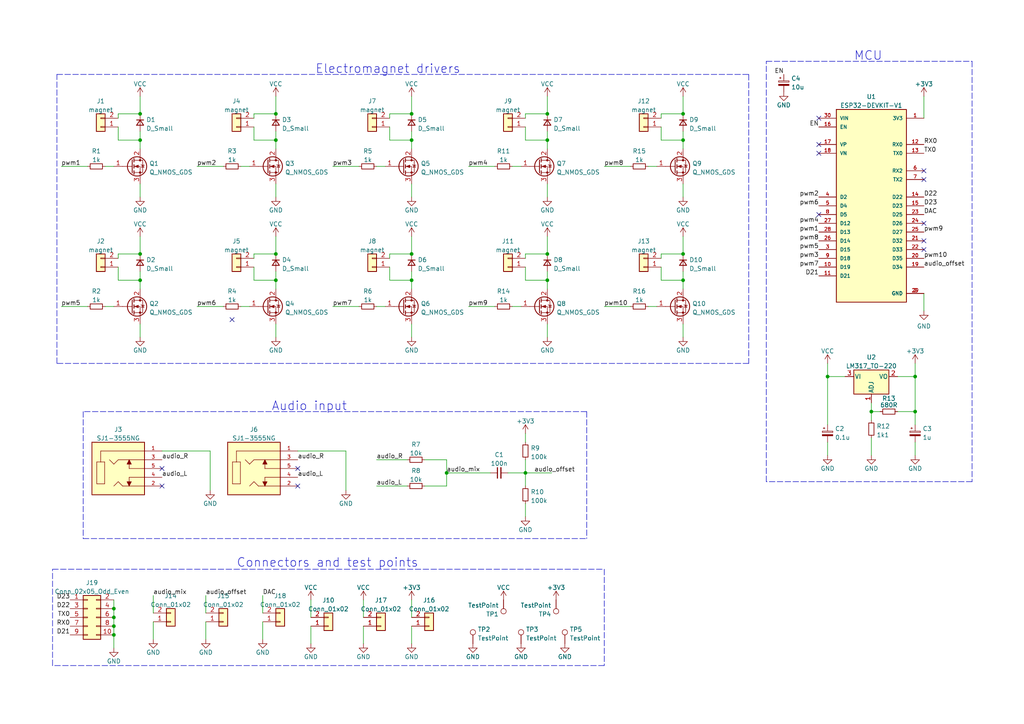
<source format=kicad_sch>
(kicad_sch (version 20211123) (generator eeschema)
  (paper "A4")
  (lib_symbols
    (symbol "Connector:TestPoint" (pin_numbers hide) (pin_names (offset 0.762) hide)
      (property "Reference" "TP" (at 0 6.858 0))
      (property "Value" "TestPoint" (at 0 5.08 0))
      (symbol "TestPoint_0_1"
        (circle (center 0 3.302) (radius 0.762))
      )
      (symbol "TestPoint_1_1"
        (pin passive line (at 0 0 90) (length 2.54) (name "1") (number "1"))
      )
    )
    (symbol "Connector_Generic:Conn_01x02" (pin_names (offset 1.016) hide)
      (property "Reference" "J" (at 0 2.54 0))
      (property "Value" "Conn_01x02" (at 0 -5.08 0))
      (symbol "Conn_01x02_1_1"
        (rectangle (start -1.27 -2.413) (end 0 -2.667) (stroke (width 0.1524)))
        (rectangle (start -1.27 0.127) (end 0 -0.127) (stroke (width 0.1524)))
        (rectangle (start -1.27 1.27) (end 1.27 -3.81) (stroke (width 0.254)) (fill (type background)))
        (pin passive line (at -5.08 0 0) (length 3.81) (name "Pin_1") (number "1"))
        (pin passive line (at -5.08 -2.54 0) (length 3.81) (name "Pin_2") (number "2"))
      )
    )
    (symbol "Connector_Generic:Conn_02x05_Odd_Even" (pin_names (offset 1.016) hide)
      (property "Reference" "J" (at 1.27 7.62 0))
      (property "Value" "Conn_02x05_Odd_Even" (at 1.27 -7.62 0))
      (symbol "Conn_02x05_Odd_Even_1_1"
        (rectangle (start -1.27 -4.953) (end 0 -5.207) (stroke (width 0.1524)))
        (rectangle (start -1.27 -2.413) (end 0 -2.667) (stroke (width 0.1524)))
        (rectangle (start -1.27 0.127) (end 0 -0.127) (stroke (width 0.1524)))
        (rectangle (start -1.27 2.667) (end 0 2.413) (stroke (width 0.1524)))
        (rectangle (start -1.27 5.207) (end 0 4.953) (stroke (width 0.1524)))
        (rectangle (start -1.27 6.35) (end 3.81 -6.35) (stroke (width 0.254)) (fill (type background)))
        (rectangle (start 3.81 -4.953) (end 2.54 -5.207) (stroke (width 0.1524)))
        (rectangle (start 3.81 -2.413) (end 2.54 -2.667) (stroke (width 0.1524)))
        (rectangle (start 3.81 0.127) (end 2.54 -0.127) (stroke (width 0.1524)))
        (rectangle (start 3.81 2.667) (end 2.54 2.413) (stroke (width 0.1524)))
        (rectangle (start 3.81 5.207) (end 2.54 4.953) (stroke (width 0.1524)))
        (pin passive line (at -5.08 5.08 0) (length 3.81) (name "Pin_1") (number "1"))
        (pin passive line (at 7.62 -5.08 180) (length 3.81) (name "Pin_10") (number "10"))
        (pin passive line (at 7.62 5.08 180) (length 3.81) (name "Pin_2") (number "2"))
        (pin passive line (at -5.08 2.54 0) (length 3.81) (name "Pin_3") (number "3"))
        (pin passive line (at 7.62 2.54 180) (length 3.81) (name "Pin_4") (number "4"))
        (pin passive line (at -5.08 0 0) (length 3.81) (name "Pin_5") (number "5"))
        (pin passive line (at 7.62 0 180) (length 3.81) (name "Pin_6") (number "6"))
        (pin passive line (at -5.08 -2.54 0) (length 3.81) (name "Pin_7") (number "7"))
        (pin passive line (at 7.62 -2.54 180) (length 3.81) (name "Pin_8") (number "8"))
        (pin passive line (at -5.08 -5.08 0) (length 3.81) (name "Pin_9") (number "9"))
      )
    )
    (symbol "Device:C_Polarized_Small" (pin_numbers hide) (pin_names (offset 0.254) hide)
      (property "Reference" "C" (at 0.254 1.778 0))
      (property "Value" "C_Polarized_Small" (at 0.254 -2.032 0))
      (symbol "C_Polarized_Small_0_1"
        (rectangle (start -1.524 -0.3048) (end 1.524 -0.6858) (fill (type outline)))
        (rectangle (start -1.524 0.6858) (end 1.524 0.3048))
        (polyline (pts (xy -1.27 1.524) (xy -0.762 1.524)))
        (polyline (pts (xy -1.016 1.27) (xy -1.016 1.778)))
      )
      (symbol "C_Polarized_Small_1_1"
        (pin passive line (at 0 2.54 270) (length 1.8542) (name "~") (number "1"))
        (pin passive line (at 0 -2.54 90) (length 1.8542) (name "~") (number "2"))
      )
    )
    (symbol "Device:C_Small" (pin_numbers hide) (pin_names (offset 0.254) hide)
      (property "Reference" "C" (at 0.254 1.778 0))
      (property "Value" "C_Small" (at 0.254 -2.032 0))
      (symbol "C_Small_0_1"
        (polyline (pts (xy -1.524 -0.508) (xy 1.524 -0.508)) (stroke (width 0.3302)))
        (polyline (pts (xy -1.524 0.508) (xy 1.524 0.508)) (stroke (width 0.3048)))
      )
      (symbol "C_Small_1_1"
        (pin passive line (at 0 2.54 270) (length 2.032) (name "~") (number "1"))
        (pin passive line (at 0 -2.54 90) (length 2.032) (name "~") (number "2"))
      )
    )
    (symbol "Device:D_Small" (pin_numbers hide) (pin_names (offset 0.254) hide)
      (property "Reference" "D" (at -1.27 2.032 0))
      (property "Value" "D_Small" (at -3.81 -2.032 0))
      (symbol "D_Small_0_1"
        (polyline (pts (xy -0.762 -1.016) (xy -0.762 1.016)) (stroke (width 0.254)))
        (polyline (pts (xy -0.762 0) (xy 0.762 0)))
        (polyline (pts (xy 0.762 -1.016) (xy -0.762 0) (xy 0.762 1.016) (xy 0.762 -1.016)) (stroke (width 0.254)))
      )
      (symbol "D_Small_1_1"
        (pin passive line (at -2.54 0 0) (length 1.778) (name "K") (number "1"))
        (pin passive line (at 2.54 0 180) (length 1.778) (name "A") (number "2"))
      )
    )
    (symbol "Device:Q_NMOS_GDS" (pin_names (offset 0) hide)
      (property "Reference" "Q" (at 5.08 1.27 0))
      (property "Value" "Q_NMOS_GDS" (at 5.08 -1.27 0))
      (symbol "Q_NMOS_GDS_0_1"
        (polyline (pts (xy 0.254 0) (xy -2.54 0)))
        (polyline (pts (xy 0.254 1.905) (xy 0.254 -1.905)) (stroke (width 0.254)))
        (polyline (pts (xy 0.762 -1.27) (xy 0.762 -2.286)) (stroke (width 0.254)))
        (polyline (pts (xy 0.762 0.508) (xy 0.762 -0.508)) (stroke (width 0.254)))
        (polyline (pts (xy 0.762 2.286) (xy 0.762 1.27)) (stroke (width 0.254)))
        (polyline (pts (xy 2.54 2.54) (xy 2.54 1.778)))
        (polyline (pts (xy 2.54 -2.54) (xy 2.54 0) (xy 0.762 0)))
        (polyline (pts (xy 0.762 -1.778) (xy 3.302 -1.778) (xy 3.302 1.778) (xy 0.762 1.778)))
        (polyline (pts (xy 1.016 0) (xy 2.032 0.381) (xy 2.032 -0.381) (xy 1.016 0)) (fill (type outline)))
        (polyline (pts (xy 2.794 0.508) (xy 2.921 0.381) (xy 3.683 0.381) (xy 3.81 0.254)))
        (polyline (pts (xy 3.302 0.381) (xy 2.921 -0.254) (xy 3.683 -0.254) (xy 3.302 0.381)))
        (circle (center 1.651 0) (radius 2.794) (stroke (width 0.254)))
        (circle (center 2.54 -1.778) (radius 0.254) (fill (type outline)))
        (circle (center 2.54 1.778) (radius 0.254) (fill (type outline)))
      )
      (symbol "Q_NMOS_GDS_1_1"
        (pin input line (at -5.08 0 0) (length 2.54) (name "G") (number "1"))
        (pin passive line (at 2.54 5.08 270) (length 2.54) (name "D") (number "2"))
        (pin passive line (at 2.54 -5.08 90) (length 2.54) (name "S") (number "3"))
      )
    )
    (symbol "Device:R_Small" (pin_numbers hide) (pin_names (offset 0.254) hide)
      (property "Reference" "R" (at 0.762 0.508 0))
      (property "Value" "R_Small" (at 0.762 -1.016 0))
      (symbol "R_Small_0_1"
        (rectangle (start -0.762 1.778) (end 0.762 -1.778) (stroke (width 0.2032)))
      )
      (symbol "R_Small_1_1"
        (pin passive line (at 0 2.54 270) (length 0.762) (name "~") (number "1"))
        (pin passive line (at 0 -2.54 90) (length 0.762) (name "~") (number "2"))
      )
    )
    (symbol "ESP32-DEVKIT-V1:ESP32-DEVKIT-V1" (pin_names (offset 1.016))
      (property "Reference" "U" (at -10.16 30.48 0))
      (property "Value" "ESP32-DEVKIT-V1" (at -10.16 -30.48 0))
      (symbol "ESP32-DEVKIT-V1_0_0"
        (rectangle (start -10.16 -27.94) (end 10.16 27.94) (stroke (width 0.254)) (fill (type background)))
        (pin output line (at 15.24 25.4 180) (length 5.08) (name "3V3") (number "1"))
        (pin bidirectional line (at -15.24 -17.78 0) (length 5.08) (name "D19") (number "10"))
        (pin bidirectional line (at -15.24 -20.32 0) (length 5.08) (name "D21") (number "11"))
        (pin input line (at 15.24 17.78 180) (length 5.08) (name "RX0") (number "12"))
        (pin output line (at 15.24 15.24 180) (length 5.08) (name "TX0") (number "13"))
        (pin bidirectional line (at 15.24 2.54 180) (length 5.08) (name "D22") (number "14"))
        (pin bidirectional line (at 15.24 0 180) (length 5.08) (name "D23") (number "15"))
        (pin input line (at -15.24 22.86 0) (length 5.08) (name "EN") (number "16"))
        (pin bidirectional line (at -15.24 17.78 0) (length 5.08) (name "VP") (number "17"))
        (pin bidirectional line (at -15.24 15.24 0) (length 5.08) (name "VN") (number "18"))
        (pin bidirectional line (at 15.24 -17.78 180) (length 5.08) (name "D34") (number "19"))
        (pin power_in line (at 15.24 -25.4 180) (length 5.08) (name "GND") (number "2"))
        (pin bidirectional line (at 15.24 -15.24 180) (length 5.08) (name "D35") (number "20"))
        (pin bidirectional line (at 15.24 -10.16 180) (length 5.08) (name "D32") (number "21"))
        (pin bidirectional line (at 15.24 -12.7 180) (length 5.08) (name "D33") (number "22"))
        (pin bidirectional line (at 15.24 -2.54 180) (length 5.08) (name "D25") (number "23"))
        (pin bidirectional line (at 15.24 -5.08 180) (length 5.08) (name "D26") (number "24"))
        (pin bidirectional line (at 15.24 -7.62 180) (length 5.08) (name "D27") (number "25"))
        (pin bidirectional line (at -15.24 -10.16 0) (length 5.08) (name "D14") (number "26"))
        (pin bidirectional line (at -15.24 -5.08 0) (length 5.08) (name "D12") (number "27"))
        (pin bidirectional line (at -15.24 -7.62 0) (length 5.08) (name "D13") (number "28"))
        (pin power_in line (at 15.24 -25.4 180) (length 5.08) (name "GND") (number "29"))
        (pin bidirectional line (at -15.24 -12.7 0) (length 5.08) (name "D15") (number "3"))
        (pin input line (at -15.24 25.4 0) (length 5.08) (name "VIN") (number "30"))
        (pin bidirectional line (at -15.24 2.54 0) (length 5.08) (name "D2") (number "4"))
        (pin bidirectional line (at -15.24 0 0) (length 5.08) (name "D4") (number "5"))
        (pin input line (at 15.24 10.16 180) (length 5.08) (name "RX2") (number "6"))
        (pin output line (at 15.24 7.62 180) (length 5.08) (name "TX2") (number "7"))
        (pin bidirectional line (at -15.24 -2.54 0) (length 5.08) (name "D5") (number "8"))
        (pin bidirectional line (at -15.24 -15.24 0) (length 5.08) (name "D18") (number "9"))
      )
    )
    (symbol "Regulator_Linear:LM317_TO-220" (pin_names (offset 0.254))
      (property "Reference" "U" (at -3.81 3.175 0))
      (property "Value" "LM317_TO-220" (at 0 3.175 0))
      (symbol "LM317_TO-220_0_1"
        (rectangle (start -5.08 1.905) (end 5.08 -5.08) (stroke (width 0.254)) (fill (type background)))
      )
      (symbol "LM317_TO-220_1_1"
        (pin input line (at 0 -7.62 90) (length 2.54) (name "ADJ") (number "1"))
        (pin power_out line (at 7.62 0 180) (length 2.54) (name "VO") (number "2"))
        (pin power_in line (at -7.62 0 0) (length 2.54) (name "VI") (number "3"))
      )
    )
    (symbol "SJ1-3555NG:SJ1-3555NG" (pin_names (offset 1.016))
      (property "Reference" "J" (at -7.6311 8.1398 0))
      (property "Value" "SJ1-3555NG" (at -7.6308 -10.4287 0))
      (symbol "SJ1-3555NG_0_0"
        (rectangle (start -7.62 -7.62) (end 7.62 7.62) (stroke (width 0.254)) (fill (type background)))
        (polyline (pts (xy -6.223 -4.445) (xy -6.223 1.905)) (stroke (width 0.1524)))
        (polyline (pts (xy -6.223 1.905) (xy -5.08 1.905)) (stroke (width 0.1524)))
        (polyline (pts (xy -5.08 1.905) (xy -3.937 1.905)) (stroke (width 0.1524)))
        (polyline (pts (xy -5.08 5.08) (xy -5.08 1.905)) (stroke (width 0.1524)))
        (polyline (pts (xy -3.937 -4.445) (xy -6.223 -4.445)) (stroke (width 0.1524)))
        (polyline (pts (xy -3.937 1.905) (xy -3.937 -4.445)) (stroke (width 0.1524)))
        (polyline (pts (xy -1.27 1.27) (xy -2.54 2.54)) (stroke (width 0.1524)))
        (polyline (pts (xy 0 -3.81) (xy -1.27 -5.08)) (stroke (width 0.1524)))
        (polyline (pts (xy 0 2.54) (xy -1.27 1.27)) (stroke (width 0.1524)))
        (polyline (pts (xy 1.27 -5.08) (xy 0 -3.81)) (stroke (width 0.1524)))
        (polyline (pts (xy 3.175 -5.08) (xy 1.27 -5.08)) (stroke (width 0.1524)))
        (polyline (pts (xy 3.175 -2.54) (xy 3.175 -5.08)) (stroke (width 0.1524)))
        (polyline (pts (xy 3.175 0) (xy 3.175 2.54)) (stroke (width 0.1524)))
        (polyline (pts (xy 7.62 -5.08) (xy 3.175 -5.08)) (stroke (width 0.1524)))
        (polyline (pts (xy 7.62 -2.54) (xy 3.175 -2.54)) (stroke (width 0.1524)))
        (polyline (pts (xy 7.62 0) (xy 3.175 0)) (stroke (width 0.1524)))
        (polyline (pts (xy 7.62 2.54) (xy 0 2.54)) (stroke (width 0.1524)))
        (polyline (pts (xy 7.62 5.08) (xy -5.08 5.08)) (stroke (width 0.1524)))
        (polyline (pts (xy 3.175 -5.08) (xy 2.54 -3.81) (xy 3.81 -3.81) (xy 3.175 -5.08)) (stroke (width 0.1524)) (fill (type outline)))
        (polyline (pts (xy 3.175 2.54) (xy 3.81 1.27) (xy 2.54 1.27) (xy 3.175 2.54)) (stroke (width 0.1524)) (fill (type outline)))
        (pin passive line (at 12.7 5.08 180) (length 5.08) (name "~") (number "1"))
        (pin passive line (at 12.7 -5.08 180) (length 5.08) (name "~") (number "2"))
        (pin passive line (at 12.7 2.54 180) (length 5.08) (name "~") (number "3"))
        (pin passive line (at 12.7 -2.54 180) (length 5.08) (name "~") (number "4"))
        (pin passive line (at 12.7 0 180) (length 5.08) (name "~") (number "5"))
      )
    )
    (symbol "power:+3V3" (power) (pin_names (offset 0))
      (property "Value" "+3V3" (at 0 3.556 0))
      (symbol "+3V3_0_1"
        (polyline (pts (xy -0.762 1.27) (xy 0 2.54)))
        (polyline (pts (xy 0 0) (xy 0 2.54)))
        (polyline (pts (xy 0 2.54) (xy 0.762 1.27)))
      )
      (symbol "+3V3_1_1"
        (pin power_in line (at 0 0 90) (length 0) hide (name "+3V3") (number "1"))
      )
    )
    (symbol "power:GND" (power) (pin_names (offset 0))
      (property "Value" "GND" (at 0 -3.81 0))
      (symbol "GND_0_1"
        (polyline (pts (xy 0 0) (xy 0 -1.27) (xy 1.27 -1.27) (xy 0 -2.54) (xy -1.27 -1.27) (xy 0 -1.27)))
      )
      (symbol "GND_1_1"
        (pin power_in line (at 0 0 270) (length 0) hide (name "GND") (number "1"))
      )
    )
    (symbol "power:VCC" (power) (pin_names (offset 0))
      (property "Value" "VCC" (at 0 3.81 0))
      (symbol "VCC_0_1"
        (polyline (pts (xy -0.762 1.27) (xy 0 2.54)))
        (polyline (pts (xy 0 0) (xy 0 2.54)))
        (polyline (pts (xy 0 2.54) (xy 0.762 1.27)))
      )
      (symbol "VCC_1_1"
        (pin power_in line (at 0 0 90) (length 0) hide (name "VCC") (number "1"))
      )
    )
  )
  (junction (at 152.4 137.16))
  (junction (at 119.38 81.28))
  (junction (at 40.64 73.66))
  (junction (at 40.64 40.64))
  (junction (at 40.64 33.02))
  (junction (at 265.43 109.22))
  (junction (at 40.64 81.28))
  (junction (at 129.54 137.16))
  (junction (at 80.01 81.28))
  (junction (at 198.12 81.28))
  (junction (at 33.02 181.61))
  (junction (at 119.38 40.64))
  (junction (at 80.01 33.02))
  (junction (at 198.12 40.64))
  (junction (at 119.38 73.66))
  (junction (at 252.73 119.38))
  (junction (at 33.02 184.15))
  (junction (at 158.75 40.64))
  (junction (at 80.01 73.66))
  (junction (at 158.75 33.02))
  (junction (at 33.02 179.07))
  (junction (at 80.01 40.64))
  (junction (at 158.75 81.28))
  (junction (at 158.75 73.66))
  (junction (at 198.12 33.02))
  (junction (at 198.12 73.66))
  (junction (at 240.03 109.22))
  (junction (at 265.43 119.38))
  (junction (at 33.02 176.53))
  (junction (at 119.38 33.02))
  (no_connect (at 86.36 135.89))
  (no_connect (at 67.31 92.71))
  (no_connect (at 267.97 72.39))
  (no_connect (at 267.97 69.85))
  (no_connect (at 267.97 49.53))
  (no_connect (at 267.97 52.07))
  (no_connect (at 267.97 64.77))
  (no_connect (at 237.49 44.45))
  (no_connect (at 237.49 41.91))
  (no_connect (at 237.49 62.23))
  (no_connect (at 237.49 34.29))
  (no_connect (at 86.36 140.97))
  (no_connect (at 46.99 140.97))
  (no_connect (at 46.99 135.89))
  (wire (pts (xy 191.77 40.64) (xy 198.12 40.64)))
  (wire (pts (xy 76.2 180.34) (xy 76.2 185.42)))
  (wire (pts (xy 191.77 77.47) (xy 191.77 81.28)))
  (wire (pts (xy 240.03 105.41) (xy 240.03 109.22)))
  (wire (pts (xy 119.38 38.1) (xy 119.38 40.64)))
  (wire (pts (xy 119.38 181.61) (xy 119.38 186.69)))
  (wire (pts (xy 119.38 27.94) (xy 119.38 33.02)))
  (wire (pts (xy 40.64 81.28) (xy 40.64 83.82)))
  (wire (pts (xy 73.66 40.64) (xy 80.01 40.64)))
  (wire (pts (xy 260.35 119.38) (xy 265.43 119.38)))
  (wire (pts (xy 198.12 53.34) (xy 198.12 57.15)))
  (wire (pts (xy 252.73 127) (xy 252.73 132.08)))
  (wire (pts (xy 198.12 78.74) (xy 198.12 81.28)))
  (wire (pts (xy 267.97 85.09) (xy 267.97 90.17)))
  (wire (pts (xy 191.77 73.66) (xy 198.12 73.66)))
  (wire (pts (xy 109.22 140.97) (xy 118.11 140.97)))
  (wire (pts (xy 57.15 48.26) (xy 64.77 48.26)))
  (wire (pts (xy 34.29 33.02) (xy 40.64 33.02)))
  (wire (pts (xy 59.69 180.34) (xy 59.69 185.42)))
  (wire (pts (xy 187.96 48.26) (xy 190.5 48.26)))
  (wire (pts (xy 44.45 180.34) (xy 44.45 185.42)))
  (wire (pts (xy 80.01 53.34) (xy 80.01 57.15)))
  (polyline (pts (xy 222.25 139.7) (xy 222.25 17.78)))
  (wire (pts (xy 69.85 88.9) (xy 72.39 88.9)))
  (wire (pts (xy 33.02 181.61) (xy 33.02 184.15)))
  (wire (pts (xy 119.38 68.58) (xy 119.38 73.66)))
  (wire (pts (xy 96.52 48.26) (xy 104.14 48.26)))
  (wire (pts (xy 33.02 179.07) (xy 33.02 181.61)))
  (wire (pts (xy 34.29 34.29) (xy 34.29 33.02)))
  (wire (pts (xy 119.38 93.98) (xy 119.38 97.79)))
  (wire (pts (xy 113.03 81.28) (xy 119.38 81.28)))
  (wire (pts (xy 105.41 173.99) (xy 105.41 179.07)))
  (wire (pts (xy 147.32 137.16) (xy 152.4 137.16)))
  (wire (pts (xy 240.03 128.27) (xy 240.03 132.08)))
  (wire (pts (xy 187.96 88.9) (xy 190.5 88.9)))
  (wire (pts (xy 73.66 33.02) (xy 80.01 33.02)))
  (wire (pts (xy 198.12 93.98) (xy 198.12 97.79)))
  (wire (pts (xy 33.02 184.15) (xy 33.02 187.96)))
  (wire (pts (xy 113.03 33.02) (xy 119.38 33.02)))
  (wire (pts (xy 240.03 109.22) (xy 245.11 109.22)))
  (wire (pts (xy 40.64 53.34) (xy 40.64 57.15)))
  (polyline (pts (xy 281.94 139.7) (xy 222.25 139.7)))
  (wire (pts (xy 191.77 33.02) (xy 198.12 33.02)))
  (wire (pts (xy 252.73 119.38) (xy 255.27 119.38)))
  (wire (pts (xy 148.59 48.26) (xy 151.13 48.26)))
  (wire (pts (xy 40.64 27.94) (xy 40.64 33.02)))
  (polyline (pts (xy 217.17 105.41) (xy 16.51 105.41)))
  (wire (pts (xy 90.17 173.99) (xy 90.17 179.07)))
  (wire (pts (xy 119.38 78.74) (xy 119.38 81.28)))
  (wire (pts (xy 267.97 27.94) (xy 267.97 34.29)))
  (wire (pts (xy 191.77 74.93) (xy 191.77 73.66)))
  (wire (pts (xy 152.4 73.66) (xy 158.75 73.66)))
  (wire (pts (xy 152.4 34.29) (xy 152.4 33.02)))
  (wire (pts (xy 152.4 77.47) (xy 152.4 81.28)))
  (wire (pts (xy 152.4 81.28) (xy 158.75 81.28)))
  (wire (pts (xy 17.78 88.9) (xy 25.4 88.9)))
  (wire (pts (xy 34.29 74.93) (xy 34.29 73.66)))
  (wire (pts (xy 265.43 119.38) (xy 265.43 123.19)))
  (wire (pts (xy 158.75 78.74) (xy 158.75 81.28)))
  (wire (pts (xy 191.77 34.29) (xy 191.77 33.02)))
  (wire (pts (xy 175.26 88.9) (xy 182.88 88.9)))
  (wire (pts (xy 260.35 109.22) (xy 265.43 109.22)))
  (wire (pts (xy 60.96 130.81) (xy 46.99 130.81)))
  (wire (pts (xy 90.17 181.61) (xy 90.17 186.69)))
  (wire (pts (xy 34.29 36.83) (xy 34.29 40.64)))
  (wire (pts (xy 73.66 36.83) (xy 73.66 40.64)))
  (wire (pts (xy 44.45 172.72) (xy 44.45 177.8)))
  (wire (pts (xy 152.4 40.64) (xy 158.75 40.64)))
  (wire (pts (xy 152.4 36.83) (xy 152.4 40.64)))
  (wire (pts (xy 252.73 116.84) (xy 252.73 119.38)))
  (wire (pts (xy 198.12 27.94) (xy 198.12 33.02)))
  (wire (pts (xy 80.01 81.28) (xy 80.01 83.82)))
  (wire (pts (xy 158.75 53.34) (xy 158.75 57.15)))
  (wire (pts (xy 191.77 81.28) (xy 198.12 81.28)))
  (wire (pts (xy 119.38 40.64) (xy 119.38 43.18)))
  (polyline (pts (xy 24.13 119.38) (xy 24.13 156.21)))
  (wire (pts (xy 40.64 68.58) (xy 40.64 73.66)))
  (polyline (pts (xy 217.17 21.59) (xy 217.17 105.41)))
  (wire (pts (xy 129.54 133.35) (xy 129.54 137.16)))
  (wire (pts (xy 105.41 181.61) (xy 105.41 186.69)))
  (polyline (pts (xy 15.24 193.04) (xy 15.24 165.1)))
  (wire (pts (xy 73.66 74.93) (xy 73.66 73.66)))
  (wire (pts (xy 60.96 142.24) (xy 60.96 130.81)))
  (wire (pts (xy 135.89 88.9) (xy 143.51 88.9)))
  (wire (pts (xy 34.29 40.64) (xy 40.64 40.64)))
  (wire (pts (xy 119.38 81.28) (xy 119.38 83.82)))
  (wire (pts (xy 158.75 93.98) (xy 158.75 97.79)))
  (polyline (pts (xy 170.18 119.38) (xy 170.18 156.21)))
  (wire (pts (xy 30.48 48.26) (xy 33.02 48.26)))
  (wire (pts (xy 40.64 93.98) (xy 40.64 97.79)))
  (wire (pts (xy 152.4 125.73) (xy 152.4 128.27)))
  (wire (pts (xy 30.48 88.9) (xy 33.02 88.9)))
  (wire (pts (xy 265.43 128.27) (xy 265.43 132.08)))
  (wire (pts (xy 240.03 109.22) (xy 240.03 123.19)))
  (wire (pts (xy 113.03 73.66) (xy 119.38 73.66)))
  (wire (pts (xy 80.01 40.64) (xy 80.01 43.18)))
  (polyline (pts (xy 24.13 156.21) (xy 170.18 156.21)))
  (polyline (pts (xy 16.51 105.41) (xy 16.51 21.59)))
  (polyline (pts (xy 16.51 21.59) (xy 217.17 21.59)))
  (polyline (pts (xy 222.25 17.78) (xy 281.94 17.78)))
  (polyline (pts (xy 281.94 17.78) (xy 281.94 139.7)))
  (wire (pts (xy 73.66 34.29) (xy 73.66 33.02)))
  (wire (pts (xy 17.78 48.26) (xy 25.4 48.26)))
  (wire (pts (xy 265.43 105.41) (xy 265.43 109.22)))
  (wire (pts (xy 113.03 77.47) (xy 113.03 81.28)))
  (wire (pts (xy 113.03 34.29) (xy 113.03 33.02)))
  (wire (pts (xy 152.4 137.16) (xy 152.4 140.97)))
  (wire (pts (xy 158.75 68.58) (xy 158.75 73.66)))
  (wire (pts (xy 73.66 77.47) (xy 73.66 81.28)))
  (wire (pts (xy 158.75 81.28) (xy 158.75 83.82)))
  (wire (pts (xy 57.15 88.9) (xy 64.77 88.9)))
  (wire (pts (xy 123.19 133.35) (xy 129.54 133.35)))
  (wire (pts (xy 129.54 140.97) (xy 123.19 140.97)))
  (wire (pts (xy 59.69 172.72) (xy 59.69 177.8)))
  (wire (pts (xy 198.12 68.58) (xy 198.12 73.66)))
  (wire (pts (xy 100.33 130.81) (xy 86.36 130.81)))
  (wire (pts (xy 33.02 176.53) (xy 33.02 179.07)))
  (wire (pts (xy 73.66 81.28) (xy 80.01 81.28)))
  (wire (pts (xy 129.54 137.16) (xy 142.24 137.16)))
  (wire (pts (xy 148.59 88.9) (xy 151.13 88.9)))
  (wire (pts (xy 129.54 137.16) (xy 129.54 140.97)))
  (wire (pts (xy 119.38 173.99) (xy 119.38 179.07)))
  (wire (pts (xy 119.38 53.34) (xy 119.38 57.15)))
  (wire (pts (xy 152.4 137.16) (xy 160.02 137.16)))
  (polyline (pts (xy 175.26 165.1) (xy 175.26 193.04)))
  (wire (pts (xy 252.73 119.38) (xy 252.73 121.92)))
  (wire (pts (xy 40.64 40.64) (xy 40.64 43.18)))
  (wire (pts (xy 40.64 38.1) (xy 40.64 40.64)))
  (wire (pts (xy 198.12 38.1) (xy 198.12 40.64)))
  (wire (pts (xy 158.75 40.64) (xy 158.75 43.18)))
  (wire (pts (xy 40.64 78.74) (xy 40.64 81.28)))
  (wire (pts (xy 34.29 81.28) (xy 40.64 81.28)))
  (polyline (pts (xy 175.26 193.04) (xy 15.24 193.04)))
  (wire (pts (xy 152.4 74.93) (xy 152.4 73.66)))
  (wire (pts (xy 33.02 173.99) (xy 33.02 176.53)))
  (wire (pts (xy 113.03 36.83) (xy 113.03 40.64)))
  (wire (pts (xy 152.4 133.35) (xy 152.4 137.16)))
  (polyline (pts (xy 170.18 119.38) (xy 24.13 119.38)))
  (wire (pts (xy 34.29 77.47) (xy 34.29 81.28)))
  (wire (pts (xy 96.52 88.9) (xy 104.14 88.9)))
  (wire (pts (xy 191.77 36.83) (xy 191.77 40.64)))
  (wire (pts (xy 198.12 81.28) (xy 198.12 83.82)))
  (wire (pts (xy 73.66 73.66) (xy 80.01 73.66)))
  (wire (pts (xy 80.01 38.1) (xy 80.01 40.64)))
  (wire (pts (xy 76.2 172.72) (xy 76.2 177.8)))
  (wire (pts (xy 152.4 146.05) (xy 152.4 149.86)))
  (wire (pts (xy 80.01 78.74) (xy 80.01 81.28)))
  (wire (pts (xy 158.75 27.94) (xy 158.75 33.02)))
  (wire (pts (xy 152.4 33.02) (xy 158.75 33.02)))
  (wire (pts (xy 109.22 88.9) (xy 111.76 88.9)))
  (wire (pts (xy 113.03 74.93) (xy 113.03 73.66)))
  (wire (pts (xy 109.22 133.35) (xy 118.11 133.35)))
  (wire (pts (xy 158.75 38.1) (xy 158.75 40.64)))
  (wire (pts (xy 80.01 93.98) (xy 80.01 97.79)))
  (wire (pts (xy 135.89 48.26) (xy 143.51 48.26)))
  (wire (pts (xy 80.01 27.94) (xy 80.01 33.02)))
  (wire (pts (xy 198.12 40.64) (xy 198.12 43.18)))
  (polyline (pts (xy 15.24 165.1) (xy 175.26 165.1)))
  (wire (pts (xy 113.03 40.64) (xy 119.38 40.64)))
  (wire (pts (xy 109.22 48.26) (xy 111.76 48.26)))
  (wire (pts (xy 100.33 142.24) (xy 100.33 130.81)))
  (wire (pts (xy 80.01 68.58) (xy 80.01 73.66)))
  (wire (pts (xy 34.29 73.66) (xy 40.64 73.66)))
  (wire (pts (xy 175.26 48.26) (xy 182.88 48.26)))
  (wire (pts (xy 69.85 48.26) (xy 72.39 48.26)))
  (wire (pts (xy 265.43 119.38) (xy 265.43 109.22)))
  (text "Electromagnet drivers" (at 91.44 21.59 0) (effects (font (size 2.54 2.54)) (justify left bottom)))
  (text "MCU" (at 247.65 17.78 0) (effects (font (size 2.54 2.54)) (justify left bottom)))
  (text "Connectors and test points\n\n" (at 68.58 168.91 0) (effects (font (size 2.54 2.54)) (justify left bottom)))
  (text "Audio input\n" (at 78.74 119.38 0) (effects (font (size 2.54 2.54)) (justify left bottom)))
  (label "pwm2" (at 57.15 48.26 0))
  (label "D23" (at 267.97 59.69 0))
  (label "D22" (at 267.97 57.15 0))
  (label "pwm10" (at 175.26 88.9 0))
  (label "pwm1" (at 237.49 67.31 180))
  (label "DAC" (at 76.2 172.72 0))
  (label "D21" (at 20.32 184.15 180))
  (label "RX0" (at 267.97 41.91 0))
  (label "pwm10" (at 267.97 74.93 0))
  (label "D22" (at 20.32 176.53 180))
  (label "pwm5" (at 237.49 72.39 180))
  (label "pwm2" (at 237.49 57.15 180))
  (label "audio_offset" (at 154.94 137.16 0))
  (label "audio_L" (at 86.36 138.43 0))
  (label "audio_R" (at 46.99 133.35 0))
  (label "audio_offset" (at 59.69 172.72 0))
  (label "audio_L" (at 109.22 140.97 0))
  (label "pwm5" (at 17.78 88.9 0))
  (label "pwm8" (at 237.49 69.85 180))
  (label "TX0" (at 20.32 179.07 180))
  (label "pwm4" (at 135.89 48.26 0))
  (label "pwm3" (at 237.49 74.93 180))
  (label "audio_offset" (at 267.97 77.47 0))
  (label "pwm3" (at 96.52 48.26 0))
  (label "DAC" (at 267.97 62.23 0))
  (label "EN" (at 227.33 21.59 180))
  (label "pwm9" (at 135.89 88.9 0))
  (label "audio_R" (at 109.22 133.35 0))
  (label "pwm1" (at 17.78 48.26 0))
  (label "RX0" (at 20.32 181.61 180))
  (label "audio_R" (at 86.36 133.35 0))
  (label "audio_mix" (at 44.45 172.72 0))
  (label "pwm7" (at 96.52 88.9 0))
  (label "pwm6" (at 237.49 59.69 180))
  (label "pwm7" (at 237.49 77.47 180))
  (label "TX0" (at 267.97 44.45 0))
  (label "D21" (at 237.49 80.01 180))
  (label "audio_L" (at 46.99 138.43 0))
  (label "pwm9" (at 267.97 67.31 0))
  (label "D23" (at 20.32 173.99 180))
  (label "EN" (at 237.49 36.83 180))
  (label "audio_mix" (at 129.54 137.16 0))
  (label "pwm4" (at 237.49 64.77 180))
  (label "pwm8" (at 175.26 48.26 0))
  (label "pwm6" (at 57.15 88.9 0))
  (symbol (lib_id "power:GND") (at 158.75 97.79 0) (unit 1)
    (property "Reference" "#PWR0103" (effects hide))
    (property "Value" "GND" (at 158.75 101.6 0))
  )
  (symbol (lib_id "power:VCC") (at 80.01 68.58 0) (unit 1)
    (property "Reference" "#PWR08" (effects hide))
    (property "Value" "VCC" (at 80.01 65.0042 0))
  )
  (symbol (lib_id "Connector_Generic:Conn_01x02") (at 107.95 36.83 180) (unit 1)
    (property "Reference" "J7" (at 107.95 29.3202 0))
    (property "Value" "magnet" (at 107.95 31.8571 0))
    (property "Footprint" "Connector_PinHeader_2.54mm:PinHeader_1x02_P2.54mm_Vertical" (effects hide))
  )
  (symbol (lib_id "Device:R_Small") (at 67.31 88.9 90) (unit 1)
    (property "Reference" "R4" (at 67.31 84.4636 90))
    (property "Value" "1k" (at 67.31 87.0005 90))
    (property "Footprint" "Resistor_THT:R_Axial_DIN0204_L3.6mm_D1.6mm_P7.62mm_Horizontal" (effects hide))
  )
  (symbol (lib_id "power:VCC") (at 119.38 68.58 0) (unit 1)
    (property "Reference" "#PWR013" (effects hide))
    (property "Value" "VCC" (at 119.38 65.0042 0))
  )
  (symbol (lib_id "Device:D_Small") (at 40.64 35.56 270) (unit 1)
    (property "Reference" "D1" (at 42.418 34.7253 90) (effects (justify left)))
    (property "Value" "D_Small" (at 42.418 37.2622 90) (effects (justify left)))
    (property "Footprint" "Diode_THT:D_A-405_P7.62mm_Horizontal" (effects hide))
  )
  (symbol (lib_id "power:GND") (at 76.2 185.42 0) (unit 1)
    (property "Reference" "#PWR0107" (effects hide))
    (property "Value" "GND" (at 76.2 189.23 0))
  )
  (symbol (lib_id "Device:R_Small") (at 27.94 88.9 90) (unit 1)
    (property "Reference" "R2" (at 27.94 84.4636 90))
    (property "Value" "1k" (at 27.94 87.0005 90))
    (property "Footprint" "Resistor_THT:R_Axial_DIN0204_L3.6mm_D1.6mm_P7.62mm_Horizontal" (effects hide))
  )
  (symbol (lib_id "power:GND") (at 252.73 132.08 0) (unit 1)
    (property "Reference" "#PWR025" (effects hide))
    (property "Value" "GND" (at 252.73 135.89 0))
  )
  (symbol (lib_id "Device:R_Small") (at 120.65 133.35 90) (unit 1)
    (property "Reference" "R7" (at 120.65 128.9136 90))
    (property "Value" "10k" (at 120.65 131.4505 90))
    (property "Footprint" "Resistor_THT:R_Axial_DIN0204_L3.6mm_D1.6mm_P7.62mm_Horizontal" (effects hide))
  )
  (symbol (lib_id "Device:D_Small") (at 158.75 35.56 270) (unit 1)
    (property "Reference" "D7" (at 160.528 34.7253 90) (effects (justify left)))
    (property "Value" "D_Small" (at 160.528 37.2622 90) (effects (justify left)))
    (property "Footprint" "Diode_THT:D_A-405_P7.62mm_Horizontal" (effects hide))
  )
  (symbol (lib_id "SJ1-3555NG:SJ1-3555NG") (at 34.29 135.89 0) (unit 1)
    (property "Reference" "J3" (at 34.29 124.5702 0))
    (property "Value" "SJ1-3555NG" (at 34.29 127.1071 0))
    (property "Footprint" "SJ1-3555NG:CUI_SJ1-3555NG" (effects hide))
    (property "MANUFACTURER" "CUI Devices" (effects hide))
    (property "STANDARD" "Manufacturer Recommendation" (effects hide))
    (property "PART_REV" "1.0" (effects hide))
    (property "MAXIMUM_PACKAGE_HEIGHT" "10.3 mm" (effects hide))
  )
  (symbol (lib_id "power:VCC") (at 198.12 27.94 0) (unit 1)
    (property "Reference" "#PWR0101" (effects hide))
    (property "Value" "VCC" (at 198.12 24.3642 0))
  )
  (symbol (lib_id "ESP32-DEVKIT-V1:ESP32-DEVKIT-V1") (at 252.73 59.69 0) (unit 1)
    (property "Reference" "U1" (at 252.73 28.0502 0))
    (property "Value" "ESP32-DEVKIT-V1" (at 252.73 30.5871 0))
    (property "Footprint" "ESP32-DEVKIT-V1:MODULE_ESP32_DEVKIT_V1" (effects hide))
    (property "STANDARD" "Manufacturer Recommendations" (effects hide))
    (property "MAXIMUM_PACKAGE_HEIGHT" "6.8 mm" (effects hide))
    (property "MANUFACTURER" "DOIT" (effects hide))
    (property "PARTREV" "N/A" (effects hide))
  )
  (symbol (lib_id "Device:R_Small") (at 252.73 124.46 0) (unit 1)
    (property "Reference" "R12" (at 254.2286 123.6253 0) (effects (justify left)))
    (property "Value" "1k1" (at 254.2286 126.1622 0) (effects (justify left)))
    (property "Footprint" "Resistor_THT:R_Axial_DIN0204_L3.6mm_D1.6mm_P7.62mm_Horizontal" (effects hide))
  )
  (symbol (lib_id "Connector_Generic:Conn_01x02") (at 64.77 180.34 0) (mirror x) (unit 1)
    (property "Reference" "J15" (at 64.77 172.8302 0))
    (property "Value" "Conn_01x02" (at 64.77 175.3671 0))
    (property "Footprint" "Connector_PinHeader_2.54mm:PinHeader_1x02_P2.54mm_Vertical" (effects hide))
  )
  (symbol (lib_id "Device:C_Polarized_Small") (at 227.33 24.13 0) (unit 1)
    (property "Reference" "C4" (at 229.489 22.7492 0) (effects (justify left)))
    (property "Value" "10u" (at 229.489 25.2861 0) (effects (justify left)))
    (property "Footprint" "Capacitor_THT:CP_Radial_D6.3mm_P2.50mm" (effects hide))
  )
  (symbol (lib_id "power:GND") (at 158.75 57.15 0) (unit 1)
    (property "Reference" "#PWR020" (effects hide))
    (property "Value" "GND" (at 158.75 60.96 0))
  )
  (symbol (lib_id "Device:R_Small") (at 120.65 140.97 90) (unit 1)
    (property "Reference" "R8" (at 120.65 136.5336 90))
    (property "Value" "10k" (at 120.65 139.0705 90))
    (property "Footprint" "Resistor_THT:R_Axial_DIN0204_L3.6mm_D1.6mm_P7.62mm_Horizontal" (effects hide))
  )
  (symbol (lib_id "power:GND") (at 198.12 57.15 0) (unit 1)
    (property "Reference" "#PWR0102" (effects hide))
    (property "Value" "GND" (at 198.12 60.96 0))
  )
  (symbol (lib_id "Device:R_Small") (at 185.42 48.26 90) (unit 1)
    (property "Reference" "R15" (at 185.42 43.8236 90))
    (property "Value" "1k" (at 185.42 46.3605 90))
    (property "Footprint" "Resistor_THT:R_Axial_DIN0204_L3.6mm_D1.6mm_P7.62mm_Horizontal" (effects hide))
  )
  (symbol (lib_id "SJ1-3555NG:SJ1-3555NG") (at 73.66 135.89 0) (unit 1)
    (property "Reference" "J6" (at 73.66 124.5702 0))
    (property "Value" "SJ1-3555NG" (at 73.66 127.1071 0))
    (property "Footprint" "SJ1-3555NG:CUI_SJ1-3555NG" (effects hide))
    (property "MANUFACTURER" "CUI Devices" (effects hide))
    (property "STANDARD" "Manufacturer Recommendation" (effects hide))
    (property "PART_REV" "1.0" (effects hide))
    (property "MAXIMUM_PACKAGE_HEIGHT" "10.3 mm" (effects hide))
  )
  (symbol (lib_id "power:GND") (at 227.33 26.67 0) (unit 1)
    (property "Reference" "#PWR039" (effects hide))
    (property "Value" "GND" (at 227.33 30.48 0))
  )
  (symbol (lib_id "Connector_Generic:Conn_01x02") (at 68.58 36.83 180) (unit 1)
    (property "Reference" "J4" (at 68.58 29.3202 0))
    (property "Value" "magnet" (at 68.58 31.8571 0))
    (property "Footprint" "Connector_PinHeader_2.54mm:PinHeader_1x02_P2.54mm_Vertical" (effects hide))
  )
  (symbol (lib_id "Device:Q_NMOS_GDS") (at 77.47 48.26 0) (unit 1)
    (property "Reference" "Q3" (at 82.677 47.4253 0) (effects (justify left)))
    (property "Value" "Q_NMOS_GDS" (at 82.677 49.9622 0) (effects (justify left)))
    (property "Footprint" "Package_TO_SOT_THT:TO-220-3_Vertical" (effects hide))
  )
  (symbol (lib_id "power:GND") (at 80.01 97.79 0) (unit 1)
    (property "Reference" "#PWR09" (effects hide))
    (property "Value" "GND" (at 80.01 101.6 0))
  )
  (symbol (lib_id "Connector_Generic:Conn_01x02") (at 186.69 77.47 180) (unit 1)
    (property "Reference" "J13" (at 186.69 69.9602 0))
    (property "Value" "magnet" (at 186.69 72.4971 0))
    (property "Footprint" "Connector_PinHeader_2.54mm:PinHeader_1x02_P2.54mm_Vertical" (effects hide))
  )
  (symbol (lib_id "power:VCC") (at 119.38 27.94 0) (unit 1)
    (property "Reference" "#PWR011" (effects hide))
    (property "Value" "VCC" (at 119.38 24.3642 0))
  )
  (symbol (lib_id "power:GND") (at 80.01 57.15 0) (unit 1)
    (property "Reference" "#PWR07" (effects hide))
    (property "Value" "GND" (at 80.01 60.96 0))
  )
  (symbol (lib_id "Device:Q_NMOS_GDS") (at 195.58 48.26 0) (unit 1)
    (property "Reference" "Q9" (at 200.787 47.4253 0) (effects (justify left)))
    (property "Value" "Q_NMOS_GDS" (at 200.787 49.9622 0) (effects (justify left)))
    (property "Footprint" "Package_TO_SOT_THT:TO-220-3_Vertical" (effects hide))
  )
  (symbol (lib_id "power:GND") (at 40.64 57.15 0) (unit 1)
    (property "Reference" "#PWR02" (effects hide))
    (property "Value" "GND" (at 40.64 60.96 0))
  )
  (symbol (lib_id "power:GND") (at 59.69 185.42 0) (unit 1)
    (property "Reference" "#PWR034" (effects hide))
    (property "Value" "GND" (at 59.69 189.23 0))
  )
  (symbol (lib_id "Device:C_Polarized_Small") (at 240.03 125.73 0) (unit 1)
    (property "Reference" "C2" (at 242.189 124.3492 0) (effects (justify left)))
    (property "Value" "0.1u" (at 242.189 126.8861 0) (effects (justify left)))
    (property "Footprint" "Capacitor_THT:CP_Radial_D6.3mm_P2.50mm" (effects hide))
  )
  (symbol (lib_id "power:+3V3") (at 267.97 27.94 0) (unit 1)
    (property "Reference" "#PWR021" (effects hide))
    (property "Value" "+3V3" (at 267.97 24.3642 0))
  )
  (symbol (lib_id "power:GND") (at 137.16 186.69 0) (unit 1)
    (property "Reference" "#PWR029" (effects hide))
    (property "Value" "GND" (at 137.16 190.5 0))
  )
  (symbol (lib_id "Device:D_Small") (at 80.01 35.56 270) (unit 1)
    (property "Reference" "D3" (at 81.788 34.7253 90) (effects (justify left)))
    (property "Value" "D_Small" (at 81.788 37.2622 90) (effects (justify left)))
    (property "Footprint" "Diode_THT:D_A-405_P7.62mm_Horizontal" (effects hide))
  )
  (symbol (lib_id "Device:R_Small") (at 185.42 88.9 90) (unit 1)
    (property "Reference" "R16" (at 185.42 84.4636 90))
    (property "Value" "1k" (at 185.42 87.0005 90))
    (property "Footprint" "Resistor_THT:R_Axial_DIN0204_L3.6mm_D1.6mm_P7.62mm_Horizontal" (effects hide))
  )
  (symbol (lib_id "power:GND") (at 119.38 186.69 0) (unit 1)
    (property "Reference" "#PWR036" (effects hide))
    (property "Value" "GND" (at 119.38 190.5 0))
  )
  (symbol (lib_id "Device:Q_NMOS_GDS") (at 116.84 48.26 0) (unit 1)
    (property "Reference" "Q5" (at 122.047 47.4253 0) (effects (justify left)))
    (property "Value" "Q_NMOS_GDS" (at 122.047 49.9622 0) (effects (justify left)))
    (property "Footprint" "Package_TO_SOT_THT:TO-220-3_Vertical" (effects hide))
  )
  (symbol (lib_id "Device:R_Small") (at 106.68 88.9 90) (unit 1)
    (property "Reference" "R6" (at 106.68 84.4636 90))
    (property "Value" "1k" (at 106.68 87.0005 90))
    (property "Footprint" "Resistor_THT:R_Axial_DIN0204_L3.6mm_D1.6mm_P7.62mm_Horizontal" (effects hide))
  )
  (symbol (lib_id "Device:R_Small") (at 67.31 48.26 90) (unit 1)
    (property "Reference" "R3" (at 67.31 43.8236 90))
    (property "Value" "1k" (at 67.31 46.3605 90))
    (property "Footprint" "Resistor_THT:R_Axial_DIN0204_L3.6mm_D1.6mm_P7.62mm_Horizontal" (effects hide))
  )
  (symbol (lib_id "Connector:TestPoint") (at 137.16 186.69 0) (unit 1)
    (property "Reference" "TP2" (at 138.557 182.5533 0) (effects (justify left)))
    (property "Value" "TestPoint" (at 138.557 185.0902 0) (effects (justify left)))
    (property "Footprint" "TestPoint:TestPoint_2Pads_Pitch2.54mm_Drill0.8mm" (effects hide))
  )
  (symbol (lib_id "Device:D_Small") (at 119.38 35.56 270) (unit 1)
    (property "Reference" "D5" (at 121.158 34.7253 90) (effects (justify left)))
    (property "Value" "D_Small" (at 121.158 37.2622 90) (effects (justify left)))
    (property "Footprint" "Diode_THT:D_A-405_P7.62mm_Horizontal" (effects hide))
  )
  (symbol (lib_id "power:GND") (at 240.03 132.08 0) (unit 1)
    (property "Reference" "#PWR024" (effects hide))
    (property "Value" "GND" (at 240.03 135.89 0))
  )
  (symbol (lib_id "power:VCC") (at 146.05 173.99 0) (unit 1)
    (property "Reference" "#PWR028" (effects hide))
    (property "Value" "VCC" (at 146.05 170.4142 0))
  )
  (symbol (lib_id "Device:Q_NMOS_GDS") (at 116.84 88.9 0) (unit 1)
    (property "Reference" "Q6" (at 122.047 88.0653 0) (effects (justify left)))
    (property "Value" "Q_NMOS_GDS" (at 122.047 90.6022 0) (effects (justify left)))
    (property "Footprint" "Package_TO_SOT_THT:TO-220-3_Vertical" (effects hide))
  )
  (symbol (lib_id "Connector:TestPoint") (at 163.83 186.69 0) (unit 1)
    (property "Reference" "TP5" (at 165.227 182.5533 0) (effects (justify left)))
    (property "Value" "TestPoint" (at 165.227 185.0902 0) (effects (justify left)))
    (property "Footprint" "TestPoint:TestPoint_2Pads_Pitch2.54mm_Drill0.8mm" (effects hide))
  )
  (symbol (lib_id "Device:D_Small") (at 198.12 35.56 270) (unit 1)
    (property "Reference" "D9" (at 199.898 34.7253 90) (effects (justify left)))
    (property "Value" "D_Small" (at 199.898 37.2622 90) (effects (justify left)))
    (property "Footprint" "Diode_THT:D_A-405_P7.62mm_Horizontal" (effects hide))
  )
  (symbol (lib_id "Device:D_Small") (at 158.75 76.2 270) (unit 1)
    (property "Reference" "D8" (at 160.528 75.3653 90) (effects (justify left)))
    (property "Value" "D_Small" (at 160.528 77.9022 90) (effects (justify left)))
    (property "Footprint" "Diode_THT:D_A-405_P7.62mm_Horizontal" (effects hide))
  )
  (symbol (lib_id "Device:Q_NMOS_GDS") (at 156.21 48.26 0) (unit 1)
    (property "Reference" "Q7" (at 161.417 47.4253 0) (effects (justify left)))
    (property "Value" "Q_NMOS_GDS" (at 161.417 49.9622 0) (effects (justify left)))
    (property "Footprint" "Package_TO_SOT_THT:TO-220-3_Vertical" (effects hide))
  )
  (symbol (lib_id "power:GND") (at 40.64 97.79 0) (unit 1)
    (property "Reference" "#PWR04" (effects hide))
    (property "Value" "GND" (at 40.64 101.6 0))
  )
  (symbol (lib_id "power:GND") (at 90.17 186.69 0) (unit 1)
    (property "Reference" "#PWR018" (effects hide))
    (property "Value" "GND" (at 90.17 190.5 0))
  )
  (symbol (lib_id "power:GND") (at 44.45 185.42 0) (unit 1)
    (property "Reference" "#PWR033" (effects hide))
    (property "Value" "GND" (at 44.45 189.23 0))
  )
  (symbol (lib_id "Device:D_Small") (at 119.38 76.2 270) (unit 1)
    (property "Reference" "D6" (at 121.158 75.3653 90) (effects (justify left)))
    (property "Value" "D_Small" (at 121.158 77.9022 90) (effects (justify left)))
    (property "Footprint" "Diode_THT:D_A-405_P7.62mm_Horizontal" (effects hide))
  )
  (symbol (lib_id "Connector_Generic:Conn_01x02") (at 147.32 36.83 180) (unit 1)
    (property "Reference" "J9" (at 147.32 29.3202 0))
    (property "Value" "magnet" (at 147.32 31.8571 0))
    (property "Footprint" "Connector_PinHeader_2.54mm:PinHeader_1x02_P2.54mm_Vertical" (effects hide))
  )
  (symbol (lib_id "power:GND") (at 119.38 57.15 0) (unit 1)
    (property "Reference" "#PWR012" (effects hide))
    (property "Value" "GND" (at 119.38 60.96 0))
  )
  (symbol (lib_id "Device:C_Polarized_Small") (at 265.43 125.73 0) (unit 1)
    (property "Reference" "C3" (at 267.589 124.3492 0) (effects (justify left)))
    (property "Value" "1u" (at 267.589 126.8861 0) (effects (justify left)))
    (property "Footprint" "Capacitor_THT:CP_Radial_D6.3mm_P2.50mm" (effects hide))
  )
  (symbol (lib_id "power:+3V3") (at 152.4 125.73 0) (unit 1)
    (property "Reference" "#PWR015" (effects hide))
    (property "Value" "+3V3" (at 152.4 122.1542 0))
  )
  (symbol (lib_id "Connector_Generic:Conn_01x02") (at 107.95 77.47 180) (unit 1)
    (property "Reference" "J8" (at 107.95 69.9602 0))
    (property "Value" "magnet" (at 107.95 72.4971 0))
    (property "Footprint" "Connector_PinHeader_2.54mm:PinHeader_1x02_P2.54mm_Vertical" (effects hide))
  )
  (symbol (lib_id "power:VCC") (at 158.75 68.58 0) (unit 1)
    (property "Reference" "#PWR0104" (effects hide))
    (property "Value" "VCC" (at 158.75 65.0042 0))
  )
  (symbol (lib_id "power:+3V3") (at 161.29 173.99 0) (unit 1)
    (property "Reference" "#PWR031" (effects hide))
    (property "Value" "+3V3" (at 161.29 170.4142 0))
  )
  (symbol (lib_id "Device:R_Small") (at 257.81 119.38 270) (unit 1)
    (property "Reference" "R13" (at 257.81 115.57 90))
    (property "Value" "680R" (at 257.81 117.4805 90))
    (property "Footprint" "Resistor_THT:R_Axial_DIN0204_L3.6mm_D1.6mm_P7.62mm_Horizontal" (effects hide))
  )
  (symbol (lib_id "Device:R_Small") (at 146.05 48.26 90) (unit 1)
    (property "Reference" "R11" (at 146.05 43.8236 90))
    (property "Value" "1k" (at 146.05 46.3605 90))
    (property "Footprint" "Resistor_THT:R_Axial_DIN0204_L3.6mm_D1.6mm_P7.62mm_Horizontal" (effects hide))
  )
  (symbol (lib_id "Device:Q_NMOS_GDS") (at 195.58 88.9 0) (unit 1)
    (property "Reference" "Q10" (at 200.787 88.0653 0) (effects (justify left)))
    (property "Value" "Q_NMOS_GDS" (at 200.787 90.6022 0) (effects (justify left)))
    (property "Footprint" "Package_TO_SOT_THT:TO-220-3_Vertical" (effects hide))
  )
  (symbol (lib_id "Device:Q_NMOS_GDS") (at 38.1 88.9 0) (unit 1)
    (property "Reference" "Q2" (at 43.307 88.0653 0) (effects (justify left)))
    (property "Value" "Q_NMOS_GDS" (at 43.307 90.6022 0) (effects (justify left)))
    (property "Footprint" "Package_TO_SOT_THT:TO-220-3_Vertical" (effects hide))
  )
  (symbol (lib_id "Connector:TestPoint") (at 161.29 173.99 180) (unit 1)
    (property "Reference" "TP4" (at 159.893 178.1267 0) (effects (justify left)))
    (property "Value" "TestPoint" (at 159.893 175.5898 0) (effects (justify left)))
    (property "Footprint" "TestPoint:TestPoint_2Pads_Pitch2.54mm_Drill0.8mm" (effects hide))
  )
  (symbol (lib_id "power:VCC") (at 40.64 68.58 0) (unit 1)
    (property "Reference" "#PWR03" (effects hide))
    (property "Value" "VCC" (at 40.64 65.0042 0))
  )
  (symbol (lib_id "power:GND") (at 198.12 97.79 0) (unit 1)
    (property "Reference" "#PWR0106" (effects hide))
    (property "Value" "GND" (at 198.12 101.6 0))
  )
  (symbol (lib_id "power:VCC") (at 158.75 27.94 0) (unit 1)
    (property "Reference" "#PWR019" (effects hide))
    (property "Value" "VCC" (at 158.75 24.3642 0))
  )
  (symbol (lib_id "Connector_Generic:Conn_01x02") (at 124.46 181.61 0) (mirror x) (unit 1)
    (property "Reference" "J16" (at 124.46 174.1002 0))
    (property "Value" "Conn_01x02" (at 124.46 176.6371 0))
    (property "Footprint" "Connector_PinHeader_2.54mm:PinHeader_1x02_P2.54mm_Vertical" (effects hide))
  )
  (symbol (lib_id "power:GND") (at 119.38 97.79 0) (unit 1)
    (property "Reference" "#PWR014" (effects hide))
    (property "Value" "GND" (at 119.38 101.6 0))
  )
  (symbol (lib_id "Connector_Generic:Conn_01x02") (at 49.53 180.34 0) (mirror x) (unit 1)
    (property "Reference" "J14" (at 49.53 172.8302 0))
    (property "Value" "Conn_01x02" (at 49.53 175.3671 0))
    (property "Footprint" "Connector_PinHeader_2.54mm:PinHeader_1x02_P2.54mm_Vertical" (effects hide))
  )
  (symbol (lib_id "power:GND") (at 163.83 186.69 0) (unit 1)
    (property "Reference" "#PWR032" (effects hide))
    (property "Value" "GND" (at 163.83 190.5 0))
  )
  (symbol (lib_id "power:VCC") (at 198.12 68.58 0) (unit 1)
    (property "Reference" "#PWR0105" (effects hide))
    (property "Value" "VCC" (at 198.12 65.0042 0))
  )
  (symbol (lib_id "Device:D_Small") (at 40.64 76.2 270) (unit 1)
    (property "Reference" "D2" (at 42.418 75.3653 90) (effects (justify left)))
    (property "Value" "D_Small" (at 42.418 77.9022 90) (effects (justify left)))
    (property "Footprint" "Diode_THT:D_A-405_P7.62mm_Horizontal" (effects hide))
  )
  (symbol (lib_id "Device:Q_NMOS_GDS") (at 77.47 88.9 0) (unit 1)
    (property "Reference" "Q4" (at 82.677 88.0653 0) (effects (justify left)))
    (property "Value" "Q_NMOS_GDS" (at 82.677 90.6022 0) (effects (justify left)))
    (property "Footprint" "Package_TO_SOT_THT:TO-220-3_Vertical" (effects hide))
  )
  (symbol (lib_id "Connector_Generic:Conn_01x02") (at 29.21 36.83 180) (unit 1)
    (property "Reference" "J1" (at 29.21 29.3202 0))
    (property "Value" "magnet" (at 29.21 31.8571 0))
    (property "Footprint" "Connector_PinHeader_2.54mm:PinHeader_1x02_P2.54mm_Vertical" (effects hide))
  )
  (symbol (lib_id "Device:C_Small") (at 144.78 137.16 90) (unit 1)
    (property "Reference" "C1" (at 144.7863 131.8981 90))
    (property "Value" "100n" (at 144.7863 134.435 90))
    (property "Footprint" "Capacitor_THT:C_Rect_L7.0mm_W2.5mm_P5.00mm" (effects hide))
  )
  (symbol (lib_id "Device:R_Small") (at 146.05 88.9 90) (unit 1)
    (property "Reference" "R14" (at 146.05 84.4636 90))
    (property "Value" "1k" (at 146.05 87.0005 90))
    (property "Footprint" "Resistor_THT:R_Axial_DIN0204_L3.6mm_D1.6mm_P7.62mm_Horizontal" (effects hide))
  )
  (symbol (lib_id "Device:Q_NMOS_GDS") (at 38.1 48.26 0) (unit 1)
    (property "Reference" "Q1" (at 43.307 47.4253 0) (effects (justify left)))
    (property "Value" "Q_NMOS_GDS" (at 43.307 49.9622 0) (effects (justify left)))
    (property "Footprint" "Package_TO_SOT_THT:TO-220-3_Vertical" (effects hide))
  )
  (symbol (lib_id "Connector_Generic:Conn_01x02") (at 81.28 180.34 0) (mirror x) (unit 1)
    (property "Reference" "J18" (at 81.28 172.8302 0))
    (property "Value" "Conn_01x02" (at 81.28 175.3671 0))
    (property "Footprint" "Connector_PinHeader_2.54mm:PinHeader_1x02_P2.54mm_Vertical" (effects hide))
  )
  (symbol (lib_id "Regulator_Linear:LM317_TO-220") (at 252.73 109.22 0) (unit 1)
    (property "Reference" "U2" (at 252.73 103.6152 0))
    (property "Value" "LM317_TO-220" (at 252.73 106.1521 0))
    (property "Footprint" "Package_TO_SOT_THT:TO-220-3_Horizontal_TabDown" (effects hide))
    (property "Datasheet" "http://www.ti.com/lit/ds/symlink/lm317.pdf" (effects hide))
  )
  (symbol (lib_id "power:+3V3") (at 119.38 173.99 0) (unit 1)
    (property "Reference" "#PWR035" (effects hide))
    (property "Value" "+3V3" (at 119.38 170.4142 0))
  )
  (symbol (lib_id "power:GND") (at 100.33 142.24 0) (unit 1)
    (property "Reference" "#PWR010" (effects hide))
    (property "Value" "GND" (at 100.33 146.05 0))
  )
  (symbol (lib_id "Connector:TestPoint") (at 146.05 173.99 180) (unit 1)
    (property "Reference" "TP1" (at 144.653 178.1267 0) (effects (justify left)))
    (property "Value" "TestPoint" (at 144.653 175.5898 0) (effects (justify left)))
    (property "Footprint" "TestPoint:TestPoint_2Pads_Pitch2.54mm_Drill0.8mm" (effects hide))
  )
  (symbol (lib_id "power:GND") (at 151.13 186.69 0) (unit 1)
    (property "Reference" "#PWR030" (effects hide))
    (property "Value" "GND" (at 151.13 190.5 0))
  )
  (symbol (lib_id "power:GND") (at 267.97 90.17 0) (unit 1)
    (property "Reference" "#PWR022" (effects hide))
    (property "Value" "GND" (at 267.97 94.6134 0))
  )
  (symbol (lib_id "Device:D_Small") (at 198.12 76.2 270) (unit 1)
    (property "Reference" "D10" (at 199.898 75.3653 90) (effects (justify left)))
    (property "Value" "D_Small" (at 199.898 77.9022 90) (effects (justify left)))
    (property "Footprint" "Diode_THT:D_A-405_P7.62mm_Horizontal" (effects hide))
  )
  (symbol (lib_id "Connector_Generic:Conn_02x05_Odd_Even") (at 25.4 179.07 0) (unit 1)
    (property "Reference" "J19" (at 26.67 169.0202 0))
    (property "Value" "Conn_02x05_Odd_Even" (at 26.67 171.5571 0))
    (property "Footprint" "Connector_PinHeader_2.54mm:PinHeader_2x05_P2.54mm_Vertical" (effects hide))
  )
  (symbol (lib_id "power:GND") (at 265.43 132.08 0) (unit 1)
    (property "Reference" "#PWR027" (effects hide))
    (property "Value" "GND" (at 265.43 135.89 0))
  )
  (symbol (lib_id "power:+3V3") (at 265.43 105.41 0) (unit 1)
    (property "Reference" "#PWR026" (effects hide))
    (property "Value" "+3V3" (at 265.43 101.8342 0))
  )
  (symbol (lib_id "power:VCC") (at 240.03 105.41 0) (unit 1)
    (property "Reference" "#PWR023" (effects hide))
    (property "Value" "VCC" (at 240.03 101.8342 0))
  )
  (symbol (lib_id "power:VCC") (at 80.01 27.94 0) (unit 1)
    (property "Reference" "#PWR06" (effects hide))
    (property "Value" "VCC" (at 80.01 24.3642 0))
  )
  (symbol (lib_id "Device:Q_NMOS_GDS") (at 156.21 88.9 0) (unit 1)
    (property "Reference" "Q8" (at 161.417 88.0653 0) (effects (justify left)))
    (property "Value" "Q_NMOS_GDS" (at 161.417 90.6022 0) (effects (justify left)))
    (property "Footprint" "Package_TO_SOT_THT:TO-220-3_Vertical" (effects hide))
  )
  (symbol (lib_id "power:GND") (at 60.96 142.24 0) (unit 1)
    (property "Reference" "#PWR05" (effects hide))
    (property "Value" "GND" (at 60.96 146.05 0))
  )
  (symbol (lib_id "power:VCC") (at 90.17 173.99 0) (unit 1)
    (property "Reference" "#PWR017" (effects hide))
    (property "Value" "VCC" (at 90.17 170.4142 0))
  )
  (symbol (lib_id "Connector_Generic:Conn_01x02") (at 110.49 181.61 0) (mirror x) (unit 1)
    (property "Reference" "J17" (at 110.49 174.1002 0))
    (property "Value" "Conn_01x02" (at 110.49 176.6371 0))
    (property "Footprint" "Connector_Wire:SolderWire-1.5sqmm_1x02_P7.8mm_D1.7mm_OD3.9mm" (effects hide))
  )
  (symbol (lib_id "Device:R_Small") (at 106.68 48.26 90) (unit 1)
    (property "Reference" "R5" (at 106.68 43.8236 90))
    (property "Value" "1k" (at 106.68 46.3605 90))
    (property "Footprint" "Resistor_THT:R_Axial_DIN0204_L3.6mm_D1.6mm_P7.62mm_Horizontal" (effects hide))
  )
  (symbol (lib_id "Device:R_Small") (at 152.4 143.51 180) (unit 1)
    (property "Reference" "R10" (at 153.8986 142.6753 0) (effects (justify right)))
    (property "Value" "100k" (at 153.8986 145.2122 0) (effects (justify right)))
    (property "Footprint" "Resistor_THT:R_Axial_DIN0204_L3.6mm_D1.6mm_P7.62mm_Horizontal" (effects hide))
  )
  (symbol (lib_id "Connector_Generic:Conn_01x02") (at 186.69 36.83 180) (unit 1)
    (property "Reference" "J12" (at 186.69 29.3202 0))
    (property "Value" "magnet" (at 186.69 31.8571 0))
    (property "Footprint" "Connector_PinHeader_2.54mm:PinHeader_1x02_P2.54mm_Vertical" (effects hide))
  )
  (symbol (lib_id "Connector_Generic:Conn_01x02") (at 68.58 77.47 180) (unit 1)
    (property "Reference" "J5" (at 68.58 69.9602 0))
    (property "Value" "magnet" (at 68.58 72.4971 0))
    (property "Footprint" "Connector_PinHeader_2.54mm:PinHeader_1x02_P2.54mm_Vertical" (effects hide))
  )
  (symbol (lib_id "Device:R_Small") (at 27.94 48.26 90) (unit 1)
    (property "Reference" "R1" (at 27.94 43.8236 90))
    (property "Value" "1k" (at 27.94 46.3605 90))
    (property "Footprint" "Resistor_THT:R_Axial_DIN0204_L3.6mm_D1.6mm_P7.62mm_Horizontal" (effects hide))
  )
  (symbol (lib_id "power:VCC") (at 105.41 173.99 0) (unit 1)
    (property "Reference" "#PWR037" (effects hide))
    (property "Value" "VCC" (at 105.41 170.4142 0))
  )
  (symbol (lib_id "Connector_Generic:Conn_01x02") (at 29.21 77.47 180) (unit 1)
    (property "Reference" "J2" (at 29.21 69.9602 0))
    (property "Value" "magnet" (at 29.21 72.4971 0))
    (property "Footprint" "Connector_PinHeader_2.54mm:PinHeader_1x02_P2.54mm_Vertical" (effects hide))
  )
  (symbol (lib_id "power:GND") (at 33.02 187.96 0) (unit 1)
    (property "Reference" "#PWR0108" (effects hide))
    (property "Value" "GND" (at 33.02 191.77 0))
  )
  (symbol (lib_id "Device:R_Small") (at 152.4 130.81 180) (unit 1)
    (property "Reference" "R9" (at 153.8986 129.9753 0) (effects (justify right)))
    (property "Value" "100k" (at 153.8986 132.5122 0) (effects (justify right)))
    (property "Footprint" "Resistor_THT:R_Axial_DIN0204_L3.6mm_D1.6mm_P7.62mm_Horizontal" (effects hide))
  )
  (symbol (lib_id "power:GND") (at 105.41 186.69 0) (unit 1)
    (property "Reference" "#PWR038" (effects hide))
    (property "Value" "GND" (at 105.41 190.5 0))
  )
  (symbol (lib_id "Device:D_Small") (at 80.01 76.2 270) (unit 1)
    (property "Reference" "D4" (at 81.788 75.3653 90) (effects (justify left)))
    (property "Value" "D_Small" (at 81.788 77.9022 90) (effects (justify left)))
    (property "Footprint" "Diode_THT:D_A-405_P7.62mm_Horizontal" (effects hide))
  )
  (symbol (lib_id "power:VCC") (at 40.64 27.94 0) (unit 1)
    (property "Reference" "#PWR01" (effects hide))
    (property "Value" "VCC" (at 40.64 24.3642 0))
  )
  (symbol (lib_id "Connector:TestPoint") (at 151.13 186.69 0) (unit 1)
    (property "Reference" "TP3" (at 152.527 182.5533 0) (effects (justify left)))
    (property "Value" "TestPoint" (at 152.527 185.0902 0) (effects (justify left)))
    (property "Footprint" "TestPoint:TestPoint_2Pads_Pitch2.54mm_Drill0.8mm" (effects hide))
  )
  (symbol (lib_id "power:GND") (at 152.4 149.86 0) (unit 1)
    (property "Reference" "#PWR016" (effects hide))
    (property "Value" "GND" (at 152.4 153.67 0))
  )
  (symbol (lib_id "Connector_Generic:Conn_01x02") (at 147.32 77.47 180) (unit 1)
    (property "Reference" "J11" (at 147.32 69.9602 0))
    (property "Value" "magnet" (at 147.32 72.4971 0))
    (property "Footprint" "Connector_PinHeader_2.54mm:PinHeader_1x02_P2.54mm_Vertical" (effects hide))
  )
  (symbol (lib_id "Connector_Generic:Conn_01x02") (at 95.25 181.61 0) (mirror x) (unit 1)
    (property "Reference" "J10" (at 95.25 174.1002 0))
    (property "Value" "Conn_01x02" (at 95.25 176.6371 0))
    (property "Footprint" "Connector_PinHeader_2.54mm:PinHeader_1x02_P2.54mm_Vertical" (effects hide))
  )
)
</source>
